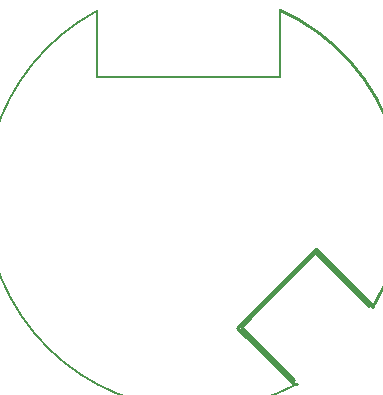
<source format=gko>
G04 Layer: BoardOutlineLayer*
G04 Panelize: , Column: 1, Row: 1, Board Size: 35.35mm x 33.79mm, Panelized Board Size: 35.35mm x 33.79mm*
G04 EasyEDA v6.5.32, 2023-07-27 20:51:34*
G04 7f8d34143daf4d43a3b22917546c404d,9a4ed40c0dd746429eaf55b84663d2fb,10*
G04 Gerber Generator version 0.2*
G04 Scale: 100 percent, Rotated: No, Reflected: No *
G04 Dimensions in millimeters *
G04 leading zeros omitted , absolute positions ,4 integer and 5 decimal *
%FSLAX45Y45*%
%MOMM*%

%ADD10C,0.2134*%
%ADD11C,0.2032*%
%ADD12C,0.2540*%
D10*
X173987Y-1704708D02*
G01*
X148841Y-1704708D01*
X-303024Y-1252842D01*
X-326951Y-1227518D01*
X-303024Y-1204328D01*
X341119Y-560184D01*
X819401Y-1038466D01*
X819401Y-1053198D01*
D11*
X-1516128Y1457337D02*
G01*
X-1516128Y1266837D01*
X-1516128Y898537D01*
X35557Y898537D01*
X34287Y1463433D01*
D10*
G75*
G01*
X811515Y-1045337D02*
G03*
X819401Y-1053198I3943J-3931D01*
D11*
G75*
G01*
X-1516129Y1457338D02*
G03*
X173987Y-1704708I846772J-1580107D01*
D10*
G75*
G01*
X819323Y-1053145D02*
G03*
X34287Y1463434I-1507095J910602D01*
D12*
X-299026Y-1215925D02*
G01*
X154630Y-1669582D01*
X331287Y-587750D02*
G01*
X783874Y-1040338D01*
X330047Y-586351D02*
G01*
X-299275Y-1215677D01*

%LPD*%
M02*

</source>
